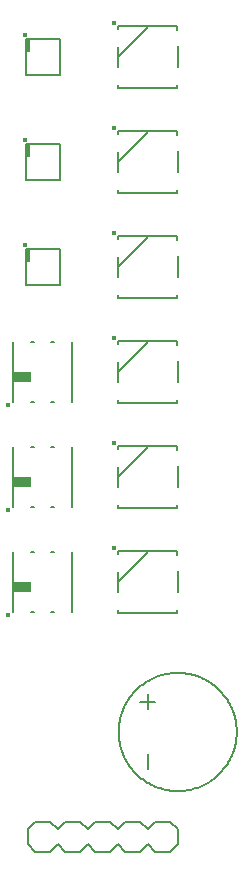
<source format=gto>
G75*
%MOIN*%
%OFA0B0*%
%FSLAX25Y25*%
%IPPOS*%
%LPD*%
%AMOC8*
5,1,8,0,0,1.08239X$1,22.5*
%
%ADD10C,0.00800*%
%ADD11C,0.01600*%
%ADD12C,0.00500*%
%ADD13R,0.06102X0.03504*%
%ADD14C,0.00787*%
D10*
X0016500Y0004000D02*
X0019000Y0001500D01*
X0024000Y0001500D01*
X0026500Y0004000D01*
X0029000Y0001500D01*
X0034000Y0001500D01*
X0036500Y0004000D01*
X0039000Y0001500D01*
X0044000Y0001500D01*
X0046500Y0004000D01*
X0049000Y0001500D01*
X0054000Y0001500D01*
X0056500Y0004000D01*
X0059000Y0001500D01*
X0064000Y0001500D01*
X0066500Y0004000D01*
X0066500Y0009000D01*
X0064000Y0011500D01*
X0059000Y0011500D01*
X0056500Y0009000D01*
X0054000Y0011500D01*
X0049000Y0011500D01*
X0046500Y0009000D01*
X0044000Y0011500D01*
X0039000Y0011500D01*
X0036500Y0009000D01*
X0034000Y0011500D01*
X0029000Y0011500D01*
X0026500Y0009000D01*
X0024000Y0011500D01*
X0019000Y0011500D01*
X0016500Y0009000D01*
X0016500Y0004000D01*
X0046500Y0088100D02*
X0046500Y0091500D01*
X0056500Y0101500D01*
X0066180Y0101710D02*
X0046620Y0101710D01*
X0046620Y0100820D01*
X0046500Y0094900D02*
X0046500Y0091500D01*
X0046610Y0082130D02*
X0046610Y0081220D01*
X0066100Y0081220D01*
X0066100Y0081200D01*
X0066300Y0081200D01*
X0066300Y0082200D01*
X0066500Y0088300D02*
X0066500Y0095000D01*
X0066380Y0100630D02*
X0066380Y0101700D01*
X0066180Y0101700D01*
X0066180Y0101710D01*
X0066100Y0116200D02*
X0066100Y0116220D01*
X0046610Y0116220D01*
X0046610Y0117130D01*
X0046500Y0123100D02*
X0046500Y0126500D01*
X0056500Y0136500D01*
X0066180Y0136710D02*
X0046620Y0136710D01*
X0046620Y0135820D01*
X0046500Y0129900D02*
X0046500Y0126500D01*
X0046610Y0151220D02*
X0046610Y0152130D01*
X0046610Y0151220D02*
X0066100Y0151220D01*
X0066100Y0151200D01*
X0066300Y0151200D01*
X0066300Y0152200D01*
X0066500Y0158300D02*
X0066500Y0165000D01*
X0066380Y0170630D02*
X0066380Y0171700D01*
X0066180Y0171700D01*
X0066180Y0171710D01*
X0046620Y0171710D01*
X0046620Y0170820D01*
X0046500Y0164900D02*
X0046500Y0161500D01*
X0056500Y0171500D01*
X0066100Y0186220D02*
X0046610Y0186220D01*
X0046610Y0187130D01*
X0046500Y0193100D02*
X0046500Y0196500D01*
X0056500Y0206500D01*
X0066180Y0206710D02*
X0046620Y0206710D01*
X0046620Y0205820D01*
X0046500Y0199900D02*
X0046500Y0196500D01*
X0046610Y0221220D02*
X0046610Y0222130D01*
X0046610Y0221220D02*
X0066100Y0221220D01*
X0066100Y0221200D01*
X0066300Y0221200D01*
X0066300Y0222200D01*
X0066500Y0228300D02*
X0066500Y0235000D01*
X0066380Y0240630D02*
X0066380Y0241700D01*
X0066180Y0241700D01*
X0066180Y0241710D01*
X0046620Y0241710D01*
X0046620Y0240820D01*
X0046500Y0234900D02*
X0046500Y0231500D01*
X0056500Y0241500D01*
X0066100Y0256220D02*
X0046610Y0256220D01*
X0046610Y0257130D01*
X0046500Y0263100D02*
X0046500Y0266500D01*
X0056500Y0276500D01*
X0066180Y0276710D02*
X0046620Y0276710D01*
X0046620Y0275820D01*
X0046500Y0269900D02*
X0046500Y0266500D01*
X0046500Y0231500D02*
X0046500Y0228100D01*
X0066180Y0206710D02*
X0066180Y0206700D01*
X0066380Y0206700D01*
X0066380Y0205630D01*
X0066500Y0200000D02*
X0066500Y0193300D01*
X0066300Y0187200D02*
X0066300Y0186200D01*
X0066100Y0186200D01*
X0066100Y0186220D01*
X0066180Y0136710D02*
X0066180Y0136700D01*
X0066380Y0136700D01*
X0066380Y0135630D01*
X0066500Y0130000D02*
X0066500Y0123300D01*
X0066300Y0117200D02*
X0066300Y0116200D01*
X0066100Y0116200D01*
X0046500Y0158100D02*
X0046500Y0161500D01*
X0066100Y0256200D02*
X0066100Y0256220D01*
X0066100Y0256200D02*
X0066300Y0256200D01*
X0066300Y0257200D01*
X0066500Y0263300D02*
X0066500Y0270000D01*
X0066380Y0275630D02*
X0066380Y0276700D01*
X0066180Y0276700D01*
X0066180Y0276710D01*
X0056500Y0054000D02*
X0056500Y0049000D01*
X0054000Y0051500D02*
X0059000Y0051500D01*
X0056500Y0034000D02*
X0056500Y0029000D01*
X0046815Y0041500D02*
X0046821Y0041983D01*
X0046839Y0042466D01*
X0046868Y0042948D01*
X0046910Y0043429D01*
X0046963Y0043910D01*
X0047028Y0044388D01*
X0047105Y0044865D01*
X0047193Y0045340D01*
X0047293Y0045813D01*
X0047405Y0046283D01*
X0047528Y0046750D01*
X0047663Y0047214D01*
X0047809Y0047675D01*
X0047966Y0048132D01*
X0048134Y0048585D01*
X0048313Y0049033D01*
X0048504Y0049477D01*
X0048705Y0049916D01*
X0048917Y0050351D01*
X0049139Y0050779D01*
X0049372Y0051203D01*
X0049616Y0051620D01*
X0049869Y0052031D01*
X0050133Y0052436D01*
X0050406Y0052835D01*
X0050689Y0053226D01*
X0050981Y0053611D01*
X0051283Y0053988D01*
X0051594Y0054358D01*
X0051914Y0054720D01*
X0052243Y0055074D01*
X0052581Y0055419D01*
X0052926Y0055757D01*
X0053280Y0056086D01*
X0053642Y0056406D01*
X0054012Y0056717D01*
X0054389Y0057019D01*
X0054774Y0057311D01*
X0055165Y0057594D01*
X0055564Y0057867D01*
X0055969Y0058131D01*
X0056380Y0058384D01*
X0056797Y0058628D01*
X0057221Y0058861D01*
X0057649Y0059083D01*
X0058084Y0059295D01*
X0058523Y0059496D01*
X0058967Y0059687D01*
X0059415Y0059866D01*
X0059868Y0060034D01*
X0060325Y0060191D01*
X0060786Y0060337D01*
X0061250Y0060472D01*
X0061717Y0060595D01*
X0062187Y0060707D01*
X0062660Y0060807D01*
X0063135Y0060895D01*
X0063612Y0060972D01*
X0064090Y0061037D01*
X0064571Y0061090D01*
X0065052Y0061132D01*
X0065534Y0061161D01*
X0066017Y0061179D01*
X0066500Y0061185D01*
X0066983Y0061179D01*
X0067466Y0061161D01*
X0067948Y0061132D01*
X0068429Y0061090D01*
X0068910Y0061037D01*
X0069388Y0060972D01*
X0069865Y0060895D01*
X0070340Y0060807D01*
X0070813Y0060707D01*
X0071283Y0060595D01*
X0071750Y0060472D01*
X0072214Y0060337D01*
X0072675Y0060191D01*
X0073132Y0060034D01*
X0073585Y0059866D01*
X0074033Y0059687D01*
X0074477Y0059496D01*
X0074916Y0059295D01*
X0075351Y0059083D01*
X0075779Y0058861D01*
X0076203Y0058628D01*
X0076620Y0058384D01*
X0077031Y0058131D01*
X0077436Y0057867D01*
X0077835Y0057594D01*
X0078226Y0057311D01*
X0078611Y0057019D01*
X0078988Y0056717D01*
X0079358Y0056406D01*
X0079720Y0056086D01*
X0080074Y0055757D01*
X0080419Y0055419D01*
X0080757Y0055074D01*
X0081086Y0054720D01*
X0081406Y0054358D01*
X0081717Y0053988D01*
X0082019Y0053611D01*
X0082311Y0053226D01*
X0082594Y0052835D01*
X0082867Y0052436D01*
X0083131Y0052031D01*
X0083384Y0051620D01*
X0083628Y0051203D01*
X0083861Y0050779D01*
X0084083Y0050351D01*
X0084295Y0049916D01*
X0084496Y0049477D01*
X0084687Y0049033D01*
X0084866Y0048585D01*
X0085034Y0048132D01*
X0085191Y0047675D01*
X0085337Y0047214D01*
X0085472Y0046750D01*
X0085595Y0046283D01*
X0085707Y0045813D01*
X0085807Y0045340D01*
X0085895Y0044865D01*
X0085972Y0044388D01*
X0086037Y0043910D01*
X0086090Y0043429D01*
X0086132Y0042948D01*
X0086161Y0042466D01*
X0086179Y0041983D01*
X0086185Y0041500D01*
X0086179Y0041017D01*
X0086161Y0040534D01*
X0086132Y0040052D01*
X0086090Y0039571D01*
X0086037Y0039090D01*
X0085972Y0038612D01*
X0085895Y0038135D01*
X0085807Y0037660D01*
X0085707Y0037187D01*
X0085595Y0036717D01*
X0085472Y0036250D01*
X0085337Y0035786D01*
X0085191Y0035325D01*
X0085034Y0034868D01*
X0084866Y0034415D01*
X0084687Y0033967D01*
X0084496Y0033523D01*
X0084295Y0033084D01*
X0084083Y0032649D01*
X0083861Y0032221D01*
X0083628Y0031797D01*
X0083384Y0031380D01*
X0083131Y0030969D01*
X0082867Y0030564D01*
X0082594Y0030165D01*
X0082311Y0029774D01*
X0082019Y0029389D01*
X0081717Y0029012D01*
X0081406Y0028642D01*
X0081086Y0028280D01*
X0080757Y0027926D01*
X0080419Y0027581D01*
X0080074Y0027243D01*
X0079720Y0026914D01*
X0079358Y0026594D01*
X0078988Y0026283D01*
X0078611Y0025981D01*
X0078226Y0025689D01*
X0077835Y0025406D01*
X0077436Y0025133D01*
X0077031Y0024869D01*
X0076620Y0024616D01*
X0076203Y0024372D01*
X0075779Y0024139D01*
X0075351Y0023917D01*
X0074916Y0023705D01*
X0074477Y0023504D01*
X0074033Y0023313D01*
X0073585Y0023134D01*
X0073132Y0022966D01*
X0072675Y0022809D01*
X0072214Y0022663D01*
X0071750Y0022528D01*
X0071283Y0022405D01*
X0070813Y0022293D01*
X0070340Y0022193D01*
X0069865Y0022105D01*
X0069388Y0022028D01*
X0068910Y0021963D01*
X0068429Y0021910D01*
X0067948Y0021868D01*
X0067466Y0021839D01*
X0066983Y0021821D01*
X0066500Y0021815D01*
X0066017Y0021821D01*
X0065534Y0021839D01*
X0065052Y0021868D01*
X0064571Y0021910D01*
X0064090Y0021963D01*
X0063612Y0022028D01*
X0063135Y0022105D01*
X0062660Y0022193D01*
X0062187Y0022293D01*
X0061717Y0022405D01*
X0061250Y0022528D01*
X0060786Y0022663D01*
X0060325Y0022809D01*
X0059868Y0022966D01*
X0059415Y0023134D01*
X0058967Y0023313D01*
X0058523Y0023504D01*
X0058084Y0023705D01*
X0057649Y0023917D01*
X0057221Y0024139D01*
X0056797Y0024372D01*
X0056380Y0024616D01*
X0055969Y0024869D01*
X0055564Y0025133D01*
X0055165Y0025406D01*
X0054774Y0025689D01*
X0054389Y0025981D01*
X0054012Y0026283D01*
X0053642Y0026594D01*
X0053280Y0026914D01*
X0052926Y0027243D01*
X0052581Y0027581D01*
X0052243Y0027926D01*
X0051914Y0028280D01*
X0051594Y0028642D01*
X0051283Y0029012D01*
X0050981Y0029389D01*
X0050689Y0029774D01*
X0050406Y0030165D01*
X0050133Y0030564D01*
X0049869Y0030969D01*
X0049616Y0031380D01*
X0049372Y0031797D01*
X0049139Y0032221D01*
X0048917Y0032649D01*
X0048705Y0033084D01*
X0048504Y0033523D01*
X0048313Y0033967D01*
X0048134Y0034415D01*
X0047966Y0034868D01*
X0047809Y0035325D01*
X0047663Y0035786D01*
X0047528Y0036250D01*
X0047405Y0036717D01*
X0047293Y0037187D01*
X0047193Y0037660D01*
X0047105Y0038135D01*
X0047028Y0038612D01*
X0046963Y0039090D01*
X0046910Y0039571D01*
X0046868Y0040052D01*
X0046839Y0040534D01*
X0046821Y0041017D01*
X0046815Y0041500D01*
D11*
X0045250Y0102750D03*
X0045250Y0137750D03*
X0045250Y0172750D03*
X0045250Y0207750D03*
X0045250Y0242750D03*
X0045250Y0277750D03*
X0015719Y0273963D03*
X0015719Y0238963D03*
X0015719Y0203963D03*
X0010000Y0150500D03*
X0010000Y0115500D03*
X0010000Y0080500D03*
D12*
X0011657Y0081657D02*
X0011657Y0101343D01*
X0011657Y0116657D02*
X0011657Y0136343D01*
X0011657Y0151657D02*
X0011657Y0171343D01*
X0017642Y0171343D02*
X0018665Y0171343D01*
X0024335Y0171343D02*
X0025358Y0171343D01*
X0031343Y0171343D02*
X0031343Y0151657D01*
X0031343Y0136343D02*
X0031343Y0116657D01*
X0031343Y0101343D02*
X0031343Y0081657D01*
X0025358Y0081657D02*
X0024335Y0081657D01*
X0018665Y0081657D02*
X0017642Y0081657D01*
X0017642Y0101343D02*
X0018665Y0101343D01*
X0024335Y0101343D02*
X0025358Y0101343D01*
X0025358Y0116657D02*
X0024335Y0116657D01*
X0018665Y0116657D02*
X0017642Y0116657D01*
X0017642Y0136343D02*
X0018665Y0136343D01*
X0018665Y0151657D02*
X0017642Y0151657D01*
X0024335Y0151657D02*
X0025358Y0151657D01*
X0025358Y0136343D02*
X0024335Y0136343D01*
X0016776Y0198469D02*
X0016382Y0198469D01*
X0015988Y0198469D01*
X0015988Y0202406D01*
X0016776Y0202406D01*
X0016776Y0198469D01*
X0016382Y0198469D02*
X0016382Y0202012D01*
X0016382Y0233469D02*
X0016776Y0233469D01*
X0016776Y0237406D01*
X0015988Y0237406D01*
X0015988Y0233469D01*
X0016382Y0233469D01*
X0016382Y0237012D01*
X0016382Y0268469D02*
X0016776Y0268469D01*
X0016776Y0272406D01*
X0015988Y0272406D01*
X0015988Y0268469D01*
X0016382Y0268469D01*
X0016382Y0272012D01*
D13*
X0014512Y0159748D03*
X0014512Y0124748D03*
X0014512Y0089748D03*
D14*
X0015791Y0190594D02*
X0027209Y0190594D01*
X0027209Y0202406D01*
X0016776Y0202406D01*
X0015791Y0202406D01*
X0015791Y0190594D01*
X0015791Y0225594D02*
X0027209Y0225594D01*
X0027209Y0237406D01*
X0016776Y0237406D01*
X0015791Y0237406D01*
X0015791Y0225594D01*
X0015791Y0260594D02*
X0027209Y0260594D01*
X0027209Y0272406D01*
X0016776Y0272406D01*
X0015791Y0272406D01*
X0015791Y0260594D01*
M02*

</source>
